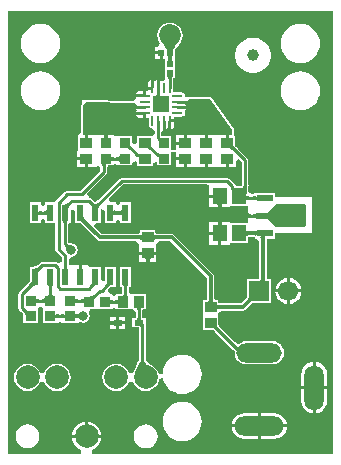
<source format=gtl>
G04*
G04 #@! TF.GenerationSoftware,Altium Limited,Altium Designer,23.10.1 (27)*
G04*
G04 Layer_Physical_Order=1*
G04 Layer_Color=255*
%FSLAX25Y25*%
%MOIN*%
G70*
G04*
G04 #@! TF.SameCoordinates,6BE5E326-444D-4DDB-8984-30915AB2A72B*
G04*
G04*
G04 #@! TF.FilePolarity,Positive*
G04*
G01*
G75*
%ADD14C,0.01000*%
%ADD18R,0.02362X0.05709*%
%ADD19R,0.03740X0.03347*%
%ADD20R,0.03347X0.03740*%
%ADD21R,0.03543X0.03937*%
%ADD22R,0.03150X0.01968*%
%ADD23R,0.02165X0.02126*%
%ADD24R,0.02126X0.02165*%
%ADD25O,0.00984X0.03740*%
%ADD26O,0.03740X0.00984*%
%ADD27R,0.05709X0.05709*%
%ADD28R,0.03937X0.03543*%
%ADD29R,0.05118X0.05512*%
%ADD30R,0.05512X0.02362*%
%ADD31R,0.03937X0.02362*%
%ADD55C,0.03937*%
%ADD56C,0.01200*%
%ADD57C,0.07874*%
%ADD58C,0.07284*%
%ADD59C,0.06693*%
%ADD60R,0.06693X0.06693*%
%ADD61O,0.06496X0.15158*%
%ADD62O,0.15158X0.06496*%
%ADD63O,0.16535X0.06496*%
%ADD64C,0.03150*%
G36*
X109217Y101568D02*
X109217Y1020D01*
X29144D01*
X28905Y2220D01*
X29655Y2530D01*
X30687Y3322D01*
X31478Y4353D01*
X31975Y5554D01*
X32079Y6343D01*
X27165D01*
X22252D01*
X22355Y5554D01*
X22853Y4353D01*
X23644Y3322D01*
X24676Y2530D01*
X25425Y2220D01*
X25187Y1020D01*
X1020D01*
X1020Y98425D01*
Y98441D01*
D01*
Y98454D01*
Y98536D01*
D01*
Y98621D01*
Y98941D01*
D01*
Y99283D01*
Y99647D01*
D01*
Y99941D01*
Y99946D01*
D01*
Y99961D01*
Y100346D01*
D01*
Y100441D01*
Y119546D01*
Y119736D01*
D01*
Y120953D01*
Y121035D01*
D01*
Y122047D01*
D01*
Y148587D01*
X109217D01*
Y101568D01*
D02*
G37*
%LPC*%
G36*
X55000Y144778D02*
X53893Y144632D01*
X53259Y144370D01*
D01*
X52861Y144205D01*
X51975Y143525D01*
X51295Y142639D01*
X50867Y141607D01*
X50722Y140500D01*
X50867Y139393D01*
X51295Y138361D01*
X51600Y137963D01*
X51013Y136763D01*
X49917D01*
Y135200D01*
X52000D01*
Y134700D01*
X52500D01*
Y132637D01*
X53298D01*
Y129313D01*
Y126566D01*
X53162Y126064D01*
X52605Y125329D01*
X52558Y125320D01*
X52505Y125285D01*
X52091Y125367D01*
X51598Y125697D01*
X51516Y125713D01*
Y122913D01*
X50516D01*
Y125713D01*
X50434Y125697D01*
X50032Y125428D01*
X49630Y125697D01*
X49547Y125713D01*
Y122913D01*
X49047D01*
Y122413D01*
X47526D01*
Y121974D01*
X47087D01*
Y120453D01*
X46587D01*
Y119953D01*
X43764D01*
X43711Y119736D01*
X43072Y118805D01*
X25591Y118845D01*
Y117706D01*
X25536Y117574D01*
X25441Y117346D01*
X25441Y117345D01*
X25441Y117345D01*
X25441Y108229D01*
X24431Y107029D01*
X24431D01*
Y102286D01*
X24032Y102114D01*
Y101568D01*
Y99843D01*
X27000D01*
Y99343D01*
X27500D01*
Y96571D01*
X29969D01*
X29969Y96571D01*
X30287Y96689D01*
X31131Y96925D01*
X31547Y96650D01*
X31634Y96563D01*
Y95220D01*
X25135Y88722D01*
X20627D01*
X20198Y88636D01*
X19834Y88393D01*
X19834Y88393D01*
X17036Y85595D01*
X16793Y85231D01*
X16736Y84947D01*
X13329D01*
Y84155D01*
X12610Y83741D01*
X11891Y84155D01*
Y84947D01*
X8329D01*
Y78038D01*
X11891D01*
Y78829D01*
X12610Y79244D01*
X13329Y78829D01*
Y78038D01*
X16708D01*
Y69388D01*
X16708Y69388D01*
X16793Y68959D01*
X17036Y68595D01*
X18989Y66642D01*
Y65031D01*
X17789Y64534D01*
X17540Y64783D01*
X17176Y65026D01*
X16747Y65111D01*
X16747Y65111D01*
X12391D01*
X11962Y65026D01*
X11598Y64783D01*
X11598Y64783D01*
X10899Y64083D01*
X10837Y64060D01*
X10456Y63706D01*
X10314Y63592D01*
X10191Y63506D01*
X10164Y63490D01*
X9927D01*
X9865Y63515D01*
X9815Y63494D01*
X9762Y63507D01*
X9734Y63490D01*
X8329D01*
Y58915D01*
X8304Y58852D01*
X8243Y58741D01*
X8157Y58610D01*
X7644Y58001D01*
X7415Y57765D01*
X7389Y57700D01*
X4741Y55052D01*
X4498Y54688D01*
X4412Y54259D01*
X4412Y54259D01*
Y49785D01*
X4412Y49785D01*
X4498Y49356D01*
X4741Y48992D01*
X5440Y48293D01*
X5463Y48231D01*
X5814Y47853D01*
X5927Y47712D01*
X6011Y47590D01*
X6034Y47551D01*
Y47349D01*
X5996Y47259D01*
X6017Y47210D01*
X6004Y47158D01*
X6034Y47109D01*
Y44739D01*
X10974D01*
Y48657D01*
X10974Y49285D01*
X10974D01*
Y49698D01*
X11677Y50193D01*
X12534Y49698D01*
X12534Y48657D01*
Y44739D01*
X17474D01*
Y44739D01*
X18254Y45075D01*
X19034Y44739D01*
Y44739D01*
X23974D01*
Y44739D01*
X25151Y44951D01*
X26000Y44783D01*
X26849Y44951D01*
X27568Y45432D01*
X28049Y46151D01*
X28217Y47000D01*
X28049Y47849D01*
X27885Y48094D01*
X28477Y49294D01*
X29755D01*
X30383Y49294D01*
Y49294D01*
X30955D01*
Y49294D01*
X35502D01*
Y49365D01*
X36292Y49822D01*
X37081Y49365D01*
Y49195D01*
X41196D01*
X41824Y49195D01*
X42526D01*
X43532Y48021D01*
Y46815D01*
X43504Y46753D01*
X43500Y46580D01*
X43489Y46453D01*
X43473Y46356D01*
X43471Y46348D01*
X42479D01*
Y43180D01*
X44545D01*
X44548Y43169D01*
X44563Y43073D01*
X44575Y42946D01*
X44579Y42775D01*
X44607Y42712D01*
Y32589D01*
X44582Y32544D01*
X44569Y32410D01*
X44530Y32251D01*
X44461Y32039D01*
X43176Y29365D01*
X42838Y28749D01*
X42838Y28747D01*
X42836Y28747D01*
X42829Y28675D01*
X42546Y27992D01*
X42454Y27969D01*
X41404D01*
X41312Y27992D01*
X40971Y28816D01*
X40244Y29763D01*
X39296Y30491D01*
X38192Y30948D01*
X37008Y31104D01*
X35824Y30948D01*
X34720Y30491D01*
X33772Y29763D01*
X33045Y28816D01*
X32588Y27712D01*
X32432Y26528D01*
X32588Y25343D01*
X33045Y24239D01*
X33772Y23292D01*
X34720Y22565D01*
X35824Y22107D01*
X37008Y21951D01*
X38192Y22107D01*
X39296Y22565D01*
X40244Y23292D01*
X40971Y24239D01*
X41312Y25063D01*
X41404Y25086D01*
X42454D01*
X42546Y25063D01*
X42887Y24239D01*
X43615Y23292D01*
X44562Y22565D01*
X45666Y22107D01*
X46850Y21951D01*
X48035Y22107D01*
X49139Y22565D01*
X50086Y23292D01*
X50814Y24239D01*
X51271Y25343D01*
X51340Y25870D01*
X52580Y26299D01*
X52724Y26020D01*
X52644Y26284D01*
X52608Y26309D01*
X52608D01*
X52644Y26284D01*
X52764Y25886D01*
X53016Y25058D01*
X53620Y23927D01*
X54433Y22937D01*
X55423Y22124D01*
X56554Y21520D01*
X57780Y21148D01*
X59055Y21022D01*
X60330Y21148D01*
X61557Y21520D01*
X62687Y22124D01*
X63678Y22937D01*
X64490Y23927D01*
X65095Y25058D01*
X65466Y26284D01*
X65592Y27559D01*
X65466Y28834D01*
X65095Y30061D01*
X64490Y31191D01*
X63678Y32181D01*
X62687Y32994D01*
X61557Y33599D01*
X60330Y33970D01*
X59055Y34096D01*
X57780Y33970D01*
X56554Y33599D01*
X55423Y32994D01*
X54433Y32181D01*
X53620Y31191D01*
X53016Y30061D01*
X52644Y28834D01*
X52544Y27826D01*
X52518Y27559D01*
X52504Y27534D01*
D01*
X52518Y27559D01*
X52528Y27662D01*
X52487Y27536D01*
X51397Y27694D01*
X51255Y27750D01*
X50814Y28816D01*
X50086Y29763D01*
X49139Y30491D01*
X49043Y30530D01*
X49008Y30575D01*
X48555Y30828D01*
X48170Y31073D01*
X47837Y31315D01*
X47557Y31552D01*
X47331Y31782D01*
X47155Y32003D01*
X47028Y32212D01*
X46943Y32408D01*
X46896Y32594D01*
X46876Y32832D01*
X46850Y32882D01*
Y32960D01*
X46850Y32964D01*
X46850Y32965D01*
Y42724D01*
X46878Y42792D01*
X46876Y42795D01*
X46878Y42799D01*
X46866Y43799D01*
X46850Y43836D01*
Y44280D01*
X46828Y44388D01*
Y46348D01*
X45836D01*
X45834Y46356D01*
X45818Y46453D01*
X45807Y46580D01*
X45803Y46753D01*
X45775Y46815D01*
Y48728D01*
X45803Y48790D01*
X45807Y48963D01*
X45818Y49091D01*
X45834Y49187D01*
X45836Y49195D01*
X47139D01*
Y54332D01*
X43024D01*
X42426Y54332D01*
X42403Y54333D01*
X42384Y54334D01*
X41269Y54508D01*
X41264Y54565D01*
X41260Y54737D01*
X41232Y54799D01*
Y56114D01*
X41260Y56176D01*
X41264Y56346D01*
X41275Y56471D01*
X41291Y56565D01*
X41295Y56581D01*
X41891D01*
Y63490D01*
X38329D01*
Y56581D01*
X38925D01*
X38930Y56565D01*
X38945Y56471D01*
X38956Y56346D01*
X38961Y56176D01*
X38989Y56114D01*
Y54799D01*
X38961Y54737D01*
X38956Y54565D01*
X38945Y54437D01*
X38930Y54341D01*
X38927Y54332D01*
X37081D01*
Y54162D01*
X36292Y53706D01*
X35502Y54162D01*
Y54234D01*
X34894D01*
X34169Y55394D01*
X34353Y55925D01*
X35355Y56544D01*
X35405Y56564D01*
X35457Y56552D01*
X35505Y56581D01*
X36891D01*
Y63490D01*
X33329D01*
Y59145D01*
X33091Y58827D01*
X32122Y59127D01*
X31987Y59267D01*
X31891Y59468D01*
Y63490D01*
X28329D01*
Y63490D01*
X27291Y63881D01*
Y63890D01*
X25610D01*
Y60035D01*
X24610D01*
Y63890D01*
X22929D01*
X22929Y63890D01*
X21779Y64010D01*
X21268Y64366D01*
X21232Y64417D01*
Y66152D01*
X22000Y66783D01*
X22849Y66951D01*
X23568Y67432D01*
X24049Y68151D01*
X24217Y69000D01*
X24049Y69849D01*
X23568Y70568D01*
X22849Y71049D01*
X22024Y71213D01*
X21998Y71224D01*
X21854Y71227D01*
X21740Y71237D01*
X21635Y71254D01*
X21539Y71277D01*
X21450Y71306D01*
X21369Y71340D01*
X21293Y71380D01*
X21222Y71425D01*
X21154Y71478D01*
X21122Y71507D01*
Y77571D01*
X21149Y77633D01*
X21154Y77803D01*
X21165Y77928D01*
X21180Y78022D01*
X21185Y78038D01*
X21891D01*
Y82384D01*
X22129Y82706D01*
X23073Y82471D01*
X23329Y82045D01*
Y78038D01*
X24433D01*
X24481Y78008D01*
X24533Y78021D01*
X24582Y78000D01*
X24673Y78038D01*
X24981D01*
X25050Y77998D01*
X25196Y77897D01*
X25598Y77557D01*
X25828Y77334D01*
X25888Y77310D01*
X30836Y72363D01*
X31233Y72098D01*
X31701Y72005D01*
X43759D01*
X44516Y71106D01*
X44565Y70875D01*
X44567Y70769D01*
X44567Y70766D01*
X44535Y70685D01*
X44535Y69822D01*
Y68413D01*
X47504D01*
X50472D01*
Y69822D01*
X50472Y70685D01*
X50441Y70766D01*
X50441Y70769D01*
X50443Y70875D01*
X50492Y71106D01*
X51249Y72005D01*
X55013D01*
X67338Y59680D01*
Y53023D01*
X67312Y52965D01*
X67306Y52757D01*
X67292Y52598D01*
X67272Y52474D01*
X67248Y52388D01*
X67239Y52364D01*
X67231Y52360D01*
X65992D01*
Y48245D01*
X65992Y47616D01*
X65992Y46417D01*
Y42302D01*
X68972D01*
X69000Y42284D01*
X69053Y42297D01*
X69103Y42276D01*
X69165Y42302D01*
X69402D01*
X69429Y42286D01*
X69545Y42205D01*
X69875Y41924D01*
X70066Y41739D01*
X70131Y41714D01*
X76061Y35783D01*
X76086Y35719D01*
X76232Y35567D01*
X76346Y35436D01*
X76436Y35319D01*
X76503Y35218D01*
X76547Y35136D01*
X76572Y35076D01*
X76581Y35042D01*
X76581Y35040D01*
X76571Y35004D01*
X76576Y34966D01*
X76548Y34752D01*
X76680Y33747D01*
X77068Y32811D01*
X77685Y32008D01*
X78488Y31391D01*
X79425Y31003D01*
X80429Y30871D01*
X89091D01*
X90095Y31003D01*
X91031Y31391D01*
X91835Y32008D01*
X92452Y32811D01*
X92839Y33747D01*
X92972Y34752D01*
X92839Y35756D01*
X92452Y36693D01*
X91835Y37496D01*
X91031Y38113D01*
X90095Y38501D01*
X89091Y38633D01*
X80429D01*
X79425Y38501D01*
X78488Y38113D01*
X77685Y37496D01*
X76769Y38248D01*
X71723Y43294D01*
X71700Y43356D01*
X71346Y43737D01*
X71231Y43879D01*
X71145Y44002D01*
X71130Y44029D01*
Y44266D01*
X71155Y44328D01*
X71134Y44378D01*
X71147Y44431D01*
X71130Y44459D01*
X71130Y47045D01*
Y47839D01*
X72289Y48765D01*
X79219D01*
X79687Y48858D01*
X80084Y49123D01*
X81611Y50651D01*
X81669Y50672D01*
X82126Y51097D01*
X82303Y51238D01*
X82456Y51345D01*
X82525Y51384D01*
X82833D01*
X82924Y51347D01*
X82973Y51367D01*
X83025Y51355D01*
X83073Y51384D01*
X88507D01*
Y59277D01*
X87279D01*
X87271Y59296D01*
X87248Y59384D01*
X87227Y59510D01*
X87213Y59672D01*
X87208Y59882D01*
X87182Y59940D01*
Y72111D01*
X87208Y72169D01*
X87213Y72379D01*
X87227Y72541D01*
X87248Y72667D01*
X87271Y72755D01*
X87279Y72774D01*
X89895D01*
Y74803D01*
X102362D01*
Y86614D01*
X89895D01*
Y88147D01*
X83183D01*
Y88105D01*
X82195Y87694D01*
X81122Y88312D01*
Y90361D01*
X81147Y90647D01*
X81138Y90676D01*
X81149Y90705D01*
X81122Y90772D01*
Y98854D01*
X81122Y98854D01*
X81036Y99283D01*
X80793Y99647D01*
X79981Y100460D01*
X77793Y102647D01*
X77793Y102647D01*
X77162Y103278D01*
X77140Y103340D01*
X76788Y103718D01*
X76675Y103859D01*
X76591Y103981D01*
X76569Y104020D01*
Y104222D01*
X76606Y104312D01*
X76586Y104361D01*
X76598Y104413D01*
X76569Y104462D01*
Y107029D01*
X76310D01*
Y109229D01*
X68683Y120079D01*
X60212Y120079D01*
X59905Y120453D01*
X59820Y120879D01*
X59579Y121240D01*
X59218Y121482D01*
X58791Y121566D01*
X56066D01*
Y122857D01*
X56078Y122917D01*
X56078Y122917D01*
Y125775D01*
X56106Y125838D01*
X56110Y126007D01*
X56121Y126133D01*
X56137Y126226D01*
X56141Y126243D01*
X56624D01*
Y129313D01*
Y131981D01*
X56626Y131986D01*
Y131986D01*
X56753Y133037D01*
X56753Y133037D01*
Y136048D01*
X56985Y136345D01*
X57616Y137048D01*
X57994Y137426D01*
X58009Y137463D01*
X58025Y137475D01*
X58705Y138361D01*
X59133Y139393D01*
X59278Y140500D01*
X59133Y141607D01*
X58705Y142639D01*
X58025Y143525D01*
X57764Y143725D01*
D01*
X57139Y144205D01*
X56107Y144632D01*
X55000Y144778D01*
D02*
G37*
G36*
X51500Y134200D02*
X49917D01*
Y132637D01*
X51500D01*
Y134200D01*
D02*
G37*
G36*
X98425Y144332D02*
X97150Y144207D01*
X95924Y143835D01*
X94793Y143231D01*
X93803Y142418D01*
X92990Y141427D01*
X92386Y140297D01*
X92014Y139071D01*
X91888Y137795D01*
X92014Y136520D01*
X92386Y135294D01*
X92990Y134163D01*
X93803Y133173D01*
X94793Y132360D01*
X95924Y131756D01*
X97150Y131384D01*
X98425Y131258D01*
X99700Y131384D01*
X100927Y131756D01*
X102057Y132360D01*
X103048Y133173D01*
X103860Y134163D01*
X104465Y135294D01*
X104837Y136520D01*
X104962Y137795D01*
X104837Y139071D01*
X104465Y140297D01*
X103860Y141427D01*
X103048Y142418D01*
X102057Y143231D01*
X100927Y143835D01*
X99700Y144207D01*
X98425Y144332D01*
D02*
G37*
G36*
X11811D02*
X10536Y144207D01*
X9309Y143835D01*
X8179Y143231D01*
X7189Y142418D01*
X6376Y141427D01*
X5772Y140297D01*
X5400Y139071D01*
X5274Y137795D01*
X5400Y136520D01*
X5772Y135294D01*
X6376Y134163D01*
X7189Y133173D01*
X8179Y132360D01*
X9309Y131756D01*
X10536Y131384D01*
X11811Y131258D01*
X13086Y131384D01*
X14313Y131756D01*
X15443Y132360D01*
X16433Y133173D01*
X17246Y134163D01*
X17850Y135294D01*
X18222Y136520D01*
X18348Y137795D01*
X18222Y139071D01*
X17850Y140297D01*
X17246Y141427D01*
X16433Y142418D01*
X15443Y143231D01*
X14313Y143835D01*
X13086Y144207D01*
X11811Y144332D01*
D02*
G37*
G36*
X83259Y139764D02*
X82095D01*
X80955Y139537D01*
X79880Y139092D01*
X78913Y138445D01*
X78090Y137623D01*
X77444Y136656D01*
X76999Y135581D01*
X76772Y134440D01*
Y133277D01*
X76999Y132136D01*
X77444Y131061D01*
X78090Y130094D01*
X78913Y129271D01*
X79880Y128625D01*
X80955Y128180D01*
X82095Y127953D01*
X83259D01*
X84400Y128180D01*
X85474Y128625D01*
X86442Y129271D01*
X87264Y130094D01*
X87911Y131061D01*
X88356Y132136D01*
X88583Y133277D01*
Y134440D01*
X88356Y135581D01*
X87911Y136656D01*
X87264Y137623D01*
X86442Y138445D01*
X85474Y139092D01*
X84400Y139537D01*
X83259Y139764D01*
D02*
G37*
G36*
X48547Y125713D02*
X48465Y125697D01*
X47971Y125367D01*
X47642Y124874D01*
X47526Y124291D01*
Y123413D01*
X48547D01*
Y125713D01*
D02*
G37*
G36*
X46087Y121974D02*
X45209D01*
X44627Y121858D01*
X44133Y121528D01*
X43803Y121035D01*
X43787Y120953D01*
X46087D01*
Y121974D01*
D02*
G37*
G36*
X98425Y128584D02*
X97150Y128459D01*
X95924Y128087D01*
X94793Y127482D01*
X93803Y126670D01*
X92990Y125679D01*
X92386Y124549D01*
X92014Y123322D01*
X91888Y122047D01*
X92014Y120772D01*
X92386Y119546D01*
X92990Y118415D01*
X93803Y117425D01*
X94793Y116612D01*
X95924Y116008D01*
X97150Y115636D01*
X98425Y115510D01*
X99700Y115636D01*
X100927Y116008D01*
X102057Y116612D01*
X103048Y117425D01*
X103860Y118415D01*
X104465Y119546D01*
X104837Y120772D01*
X104962Y122047D01*
X104837Y123322D01*
X104465Y124549D01*
X103860Y125679D01*
X103048Y126670D01*
X102057Y127482D01*
X100927Y128087D01*
X99700Y128459D01*
X98425Y128584D01*
D02*
G37*
G36*
X11811D02*
X10536Y128459D01*
X9309Y128087D01*
X8179Y127482D01*
X7189Y126670D01*
X6376Y125679D01*
X5772Y124549D01*
X5400Y123322D01*
X5274Y122047D01*
X5400Y120772D01*
X5606Y120091D01*
D01*
X5772Y119546D01*
X6376Y118415D01*
X7189Y117425D01*
X8179Y116612D01*
X9309Y116008D01*
X10536Y115636D01*
X11811Y115510D01*
X13086Y115636D01*
X14313Y116008D01*
X15443Y116612D01*
X16433Y117425D01*
X17246Y118415D01*
X17850Y119546D01*
X18222Y120772D01*
X18348Y122047D01*
X18222Y123322D01*
X17850Y124549D01*
X17246Y125679D01*
X16433Y126670D01*
X15443Y127482D01*
X14313Y128087D01*
X13086Y128459D01*
X11811Y128584D01*
D02*
G37*
G36*
X26500Y98843D02*
X24032D01*
Y98425D01*
Y96571D01*
X26500D01*
Y98843D01*
D02*
G37*
G36*
X50472Y67413D02*
X48004D01*
Y66166D01*
X48504D01*
X48409Y66156D01*
X48324Y66125D01*
X48249Y66075D01*
X48184Y66004D01*
X48129Y65913D01*
X48084Y65801D01*
X48049Y65670D01*
X48038Y65604D01*
X48058Y65512D01*
X48100Y65377D01*
X48155Y65244D01*
X48207Y65142D01*
X50472D01*
Y67413D01*
D02*
G37*
G36*
X47004D02*
X44535D01*
Y65142D01*
X46801D01*
X46853Y65244D01*
X46908Y65377D01*
X46950Y65512D01*
X46970Y65604D01*
X46959Y65670D01*
X46924Y65801D01*
X46879Y65913D01*
X46824Y66004D01*
X46759Y66075D01*
X46684Y66125D01*
X46599Y66156D01*
X46504Y66166D01*
X47004D01*
Y67413D01*
D02*
G37*
G36*
X94904Y59649D02*
Y55831D01*
X98722D01*
X98638Y56465D01*
X98200Y57523D01*
X97504Y58431D01*
X96596Y59127D01*
X95538Y59565D01*
X94904Y59649D01*
D02*
G37*
G36*
X93904D02*
X93269Y59565D01*
X92212Y59127D01*
X91304Y58431D01*
X90607Y57523D01*
X90169Y56465D01*
X90085Y55831D01*
X93904D01*
Y59649D01*
D02*
G37*
G36*
X98722Y54831D02*
X94904D01*
Y51013D01*
X95538Y51096D01*
X96596Y51534D01*
X97504Y52231D01*
X98200Y53139D01*
X98638Y54196D01*
X98722Y54831D01*
D02*
G37*
G36*
X93904D02*
X90085D01*
X90169Y54196D01*
X90607Y53139D01*
X91304Y52231D01*
X92212Y51534D01*
X93269Y51096D01*
X93904Y51013D01*
Y54831D01*
D02*
G37*
G36*
X40142Y46748D02*
X38067D01*
Y45264D01*
X40142D01*
Y46748D01*
D02*
G37*
G36*
X37067D02*
X34992D01*
Y45264D01*
X35004D01*
D01*
X35194Y45268D01*
X35364Y45283D01*
X35514Y45306D01*
X35644Y45339D01*
X35754Y45382D01*
X35844Y45434D01*
X35914Y45495D01*
X35964Y45566D01*
X35994Y45646D01*
X36004Y45736D01*
Y45264D01*
X37067D01*
Y46748D01*
D02*
G37*
G36*
Y44264D02*
X36004D01*
Y43791D01*
X35994Y43881D01*
X35964Y43962D01*
X35914Y44032D01*
X35844Y44094D01*
X35754Y44146D01*
X35644Y44188D01*
X35514Y44221D01*
X35364Y44245D01*
X35194Y44259D01*
X35004Y44264D01*
X34992D01*
Y42779D01*
X37067D01*
Y44264D01*
D02*
G37*
G36*
X40142D02*
X38067D01*
Y42779D01*
X40142D01*
Y44264D01*
D02*
G37*
G36*
X17323Y31104D02*
X16138Y30948D01*
X15035Y30491D01*
X14087Y29763D01*
X13360Y28816D01*
X13019Y27992D01*
X12927Y27969D01*
X11877D01*
X11784Y27992D01*
X11443Y28816D01*
X10716Y29763D01*
X9768Y30491D01*
X8665Y30948D01*
X7480Y31104D01*
X6296Y30948D01*
X5192Y30491D01*
X4245Y29763D01*
X3517Y28816D01*
X3060Y27712D01*
X2904Y26528D01*
X3060Y25343D01*
X3517Y24239D01*
X4245Y23292D01*
X5192Y22565D01*
X6296Y22107D01*
X7480Y21951D01*
X8665Y22107D01*
X9768Y22565D01*
X10716Y23292D01*
X11443Y24239D01*
X11784Y25063D01*
X11877Y25086D01*
X12927D01*
X13019Y25063D01*
X13360Y24239D01*
X14087Y23292D01*
X15035Y22565D01*
X16138Y22107D01*
X17323Y21951D01*
X18507Y22107D01*
X19611Y22565D01*
X20559Y23292D01*
X21286Y24239D01*
X21743Y25343D01*
X21899Y26528D01*
X21743Y27712D01*
X21286Y28816D01*
X20559Y29763D01*
X19611Y30491D01*
X18507Y30948D01*
X17323Y31104D01*
D02*
G37*
G36*
X103567Y31687D02*
Y23638D01*
X107352D01*
Y27468D01*
X107206Y28578D01*
X106778Y29611D01*
X106097Y30498D01*
X105209Y31179D01*
X104176Y31607D01*
X103567Y31687D01*
D02*
G37*
G36*
X102567D02*
X101958Y31607D01*
X100925Y31179D01*
X100037Y30498D01*
X99356Y29611D01*
X98928Y28578D01*
X98782Y27468D01*
Y23638D01*
X102567D01*
Y31687D01*
D02*
G37*
G36*
X107352Y22638D02*
X103567D01*
Y14588D01*
X104176Y14668D01*
X105209Y15096D01*
X106097Y15777D01*
X106778Y16665D01*
X107206Y17698D01*
X107352Y18807D01*
Y22638D01*
D02*
G37*
G36*
X102567D02*
X98782D01*
Y18807D01*
X98928Y17698D01*
X99356Y16665D01*
X100037Y15777D01*
X100925Y15096D01*
X101958Y14668D01*
X102567Y14588D01*
Y22638D01*
D02*
G37*
G36*
X89780Y14627D02*
X85260D01*
Y10842D01*
X93998D01*
X93918Y11451D01*
X93490Y12485D01*
X92809Y13372D01*
X91922Y14053D01*
X90889Y14481D01*
X89780Y14627D01*
D02*
G37*
G36*
X84260D02*
X79740D01*
X78631Y14481D01*
X77598Y14053D01*
X76710Y13372D01*
X76029Y12485D01*
X75602Y11451D01*
X75521Y10842D01*
X84260D01*
Y14627D01*
D02*
G37*
G36*
X27665Y11756D02*
Y7343D01*
X32079D01*
X31975Y8131D01*
X31478Y9332D01*
X30687Y10364D01*
X29655Y11155D01*
X28454Y11653D01*
X27665Y11756D01*
D02*
G37*
G36*
X26665D02*
X25877Y11653D01*
X24676Y11155D01*
X23644Y10364D01*
X22853Y9332D01*
X22355Y8131D01*
X22252Y7343D01*
X26665D01*
Y11756D01*
D02*
G37*
G36*
X93998Y9843D02*
X85260D01*
Y6058D01*
X89780D01*
X90889Y6204D01*
X91922Y6632D01*
X92809Y7313D01*
X93490Y8200D01*
X93918Y9234D01*
X93998Y9843D01*
D02*
G37*
G36*
X84260D02*
X75521D01*
X75602Y9234D01*
X76029Y8200D01*
X76710Y7313D01*
X77598Y6632D01*
X78631Y6204D01*
X79740Y6058D01*
X84260D01*
Y9843D01*
D02*
G37*
G36*
X59055Y18348D02*
X57780Y18222D01*
X56554Y17850D01*
X55423Y17246D01*
X54433Y16433D01*
X53620Y15443D01*
X53016Y14313D01*
X52644Y13086D01*
X52518Y11811D01*
X52644Y10536D01*
X53016Y9309D01*
X53620Y8179D01*
X54433Y7189D01*
X55423Y6376D01*
X56554Y5772D01*
X57780Y5400D01*
X59055Y5274D01*
X60330Y5400D01*
X61557Y5772D01*
X62687Y6376D01*
X63678Y7189D01*
X64490Y8179D01*
X65095Y9309D01*
X65466Y10536D01*
X65592Y11811D01*
X65466Y13086D01*
X65095Y14313D01*
X64490Y15443D01*
X63678Y16433D01*
X62687Y17246D01*
X61557Y17850D01*
X60330Y18222D01*
X59055Y18348D01*
D02*
G37*
G36*
X46850Y10829D02*
X45818Y10694D01*
X44857Y10295D01*
X44031Y9662D01*
X43398Y8836D01*
X42999Y7875D01*
X42864Y6843D01*
X42999Y5811D01*
X43398Y4849D01*
X44031Y4023D01*
X44857Y3390D01*
X45818Y2992D01*
X46850Y2856D01*
X47882Y2992D01*
X48844Y3390D01*
X49670Y4023D01*
X50303Y4849D01*
X50701Y5811D01*
X50837Y6843D01*
X50701Y7875D01*
X50303Y8836D01*
X49670Y9662D01*
X48844Y10295D01*
X47882Y10694D01*
X46850Y10829D01*
D02*
G37*
G36*
X7480D02*
X6448Y10694D01*
X5487Y10295D01*
X4661Y9662D01*
X4028Y8836D01*
X3629Y7875D01*
X3494Y6843D01*
X3629Y5811D01*
X4028Y4849D01*
X4661Y4023D01*
X5487Y3390D01*
X6448Y2992D01*
X7480Y2856D01*
X8512Y2992D01*
X9474Y3390D01*
X10300Y4023D01*
X10933Y4849D01*
X11331Y5811D01*
X11467Y6843D01*
X11331Y7875D01*
X10933Y8836D01*
X10300Y9662D01*
X9474Y10295D01*
X8512Y10694D01*
X7480Y10829D01*
D02*
G37*
%LPD*%
G36*
X57535Y137886D02*
X57145Y137495D01*
X56487Y136762D01*
X56220Y136420D01*
X55994Y136094D01*
X55809Y135784D01*
X55806Y135778D01*
X55885Y135750D01*
X55980Y135739D01*
X55788Y135740D01*
X55665Y135490D01*
X55563Y135212D01*
X55501Y134951D01*
X55480Y134705D01*
X54480Y134711D01*
X54460Y134955D01*
X54399Y135215D01*
X54296Y135493D01*
X54172Y135750D01*
X54000Y135751D01*
X54091Y135761D01*
X54155Y135784D01*
X54153Y135788D01*
X53969Y136100D01*
X53745Y136429D01*
X53479Y136774D01*
X52825Y137517D01*
X52437Y137913D01*
X57535Y137886D01*
D02*
G37*
G36*
X55885Y133650D02*
X55800Y133620D01*
X55725Y133569D01*
X55660Y133498D01*
X55605Y133406D01*
X55560Y133295D01*
X55525Y133164D01*
X55500Y133012D01*
X55487Y132858D01*
X55500Y132702D01*
X55525Y132551D01*
X55560Y132419D01*
X55605Y132308D01*
X55660Y132217D01*
X55725Y132146D01*
X55800Y132095D01*
X55885Y132065D01*
X55980Y132055D01*
X53980D01*
X54075Y132065D01*
X54160Y132095D01*
X54235Y132146D01*
X54300Y132217D01*
X54355Y132308D01*
X54400Y132419D01*
X54435Y132551D01*
X54460Y132702D01*
X54474Y132858D01*
X54461Y133009D01*
X54437Y133159D01*
X54404Y133289D01*
X54360Y133399D01*
X54308Y133489D01*
X54245Y133559D01*
X54173Y133609D01*
X54091Y133639D01*
X54000Y133649D01*
X55980Y133661D01*
X55885Y133650D01*
D02*
G37*
G36*
X55862Y126845D02*
X55777Y126815D01*
X55702Y126765D01*
X55637Y126695D01*
X55582Y126605D01*
X55537Y126495D01*
X55502Y126365D01*
X55477Y126215D01*
X55462Y126045D01*
X55457Y125855D01*
X54457D01*
X54452Y126045D01*
X54437Y126215D01*
X54412Y126365D01*
X54377Y126495D01*
X54332Y126605D01*
X54277Y126695D01*
X54212Y126765D01*
X54137Y126815D01*
X54052Y126845D01*
X53957Y126855D01*
X55957D01*
X55862Y126845D01*
D02*
G37*
G36*
X51521Y121150D02*
X51536Y120978D01*
X51561Y120826D01*
X51596Y120695D01*
X51641Y120583D01*
X51696Y120492D01*
X51761Y120421D01*
X51836Y120371D01*
X51921Y120341D01*
X52016Y120330D01*
X50016D01*
X50111Y120341D01*
X50196Y120371D01*
X50271Y120421D01*
X50336Y120492D01*
X50391Y120583D01*
X50436Y120695D01*
X50471Y120826D01*
X50496Y120978D01*
X50511Y121150D01*
X50516Y121342D01*
X51516D01*
X51521Y121150D01*
D02*
G37*
G36*
X68346Y119429D02*
X75661Y109024D01*
Y107429D01*
X74500D01*
Y104657D01*
X73500D01*
Y107429D01*
X71031D01*
Y107429D01*
X69968D01*
Y107429D01*
X67500D01*
Y104657D01*
X66500D01*
Y107429D01*
X64031D01*
Y107429D01*
X62968D01*
Y107429D01*
X60500D01*
Y104657D01*
X60000D01*
Y104157D01*
X57032D01*
Y102362D01*
X55454D01*
Y106832D01*
X52137D01*
Y108147D01*
X52984Y109187D01*
X53566Y109303D01*
X53969Y109572D01*
X54371Y109303D01*
X54453Y109287D01*
Y112087D01*
X54953D01*
Y112587D01*
X56474D01*
Y113434D01*
X58791D01*
X59218Y113519D01*
X59579Y113760D01*
X59820Y114121D01*
X59905Y114547D01*
X59820Y114973D01*
X59785Y115026D01*
X59867Y115440D01*
X60197Y115934D01*
X60213Y116016D01*
X57413D01*
Y117016D01*
X60213D01*
X60197Y117098D01*
X59928Y117500D01*
X60197Y117902D01*
X60280Y118321D01*
X60313Y118484D01*
X61288Y119429D01*
X68346Y119429D01*
D02*
G37*
G36*
X43070Y118156D02*
X43152Y118149D01*
X43595Y117545D01*
X43845Y117161D01*
X43803Y117098D01*
X43787Y117016D01*
X46587D01*
Y116016D01*
X43787D01*
X43803Y115934D01*
X44072Y115532D01*
X43803Y115129D01*
X43787Y115047D01*
X46587D01*
Y114547D01*
X47087D01*
Y113026D01*
X47934D01*
Y110709D01*
X48019Y110283D01*
X48260Y109921D01*
X48621Y109680D01*
X49047Y109595D01*
X49894Y108628D01*
Y107923D01*
X49155Y107029D01*
X48944Y107029D01*
X44018D01*
Y104890D01*
X43999Y104853D01*
X43863Y104720D01*
X42818Y104327D01*
X42470Y104706D01*
Y106832D01*
X37530D01*
Y106832D01*
X36370Y106929D01*
Y107232D01*
X34000D01*
Y107220D01*
D01*
X34005Y107030D01*
X34020Y106860D01*
X34045Y106710D01*
X34080Y106580D01*
X34125Y106470D01*
X34180Y106380D01*
X34245Y106310D01*
X34320Y106260D01*
X34405Y106230D01*
X34500Y106220D01*
X34000D01*
Y104559D01*
X33000D01*
Y106220D01*
X32500D01*
X32595Y106230D01*
X32680Y106260D01*
X32755Y106310D01*
X32820Y106380D01*
X32875Y106470D01*
X32920Y106580D01*
X32955Y106710D01*
X32980Y106860D01*
X32995Y107030D01*
X33000Y107220D01*
Y107232D01*
X30630D01*
X30630Y107232D01*
X29969Y107429D01*
Y107429D01*
X29511Y107429D01*
X27500D01*
Y104657D01*
X26500D01*
Y107429D01*
X26091D01*
X26090Y117345D01*
X26940Y118193D01*
X43070Y118156D01*
D02*
G37*
G36*
X75900Y104234D02*
X75872Y104142D01*
Y104036D01*
X75900Y103916D01*
X75956Y103782D01*
X76041Y103633D01*
X76155Y103471D01*
X76296Y103294D01*
X76664Y102898D01*
X75956Y102191D01*
X75751Y102389D01*
X75384Y102700D01*
X75221Y102813D01*
X75073Y102898D01*
X74938Y102954D01*
X74818Y102983D01*
X74712D01*
X74620Y102954D01*
X74542Y102898D01*
X75956Y104312D01*
X75900Y104234D01*
D02*
G37*
G36*
X48487D02*
X48458Y104142D01*
Y104036D01*
X48487Y103916D01*
X48543Y103782D01*
X48628Y103633D01*
X48741Y103471D01*
X48882Y103294D01*
X49250Y102898D01*
X48543Y102191D01*
X48338Y102389D01*
X47970Y102700D01*
X47808Y102813D01*
X47659Y102898D01*
X47525Y102954D01*
X47405Y102983D01*
X47299D01*
X47207Y102954D01*
X47129Y102898D01*
X48543Y104312D01*
X48487Y104234D01*
D02*
G37*
G36*
X41791Y104235D02*
X41764Y104144D01*
X41765Y104039D01*
X41794Y103919D01*
X41852Y103785D01*
X41938Y103636D01*
X42053Y103473D01*
X42195Y103296D01*
X42565Y102898D01*
X41858Y102191D01*
X41652Y102390D01*
X41283Y102703D01*
X41120Y102818D01*
X40971Y102904D01*
X40837Y102962D01*
X40717Y102991D01*
X40612Y102992D01*
X40521Y102965D01*
X40444Y102910D01*
X41846Y104312D01*
X41791Y104235D01*
D02*
G37*
G36*
X38154Y98441D02*
X38144Y98536D01*
X38113Y98621D01*
X38063Y98696D01*
X37992Y98761D01*
X37901Y98816D01*
X37790Y98861D01*
X37658Y98896D01*
X37506Y98921D01*
X37334Y98936D01*
X37142Y98941D01*
Y99941D01*
X37334Y99946D01*
X37506Y99961D01*
X37658Y99986D01*
X37790Y100021D01*
X37901Y100066D01*
X37992Y100121D01*
X38063Y100186D01*
X38113Y100261D01*
X38144Y100346D01*
X38154Y100441D01*
Y98441D01*
D02*
G37*
G36*
X35356Y100346D02*
X35387Y100261D01*
X35437Y100186D01*
X35508Y100121D01*
X35599Y100066D01*
X35710Y100021D01*
X35842Y99986D01*
X35994Y99961D01*
X36166Y99946D01*
X36358Y99941D01*
Y98941D01*
X36166Y98936D01*
X35994Y98921D01*
X35842Y98896D01*
X35710Y98861D01*
X35599Y98816D01*
X35508Y98761D01*
X35437Y98696D01*
X35387Y98621D01*
X35356Y98536D01*
X35346Y98441D01*
Y100441D01*
X35356Y100346D01*
D02*
G37*
G36*
X57032Y99843D02*
X60000D01*
Y99343D01*
X60500D01*
Y96571D01*
X62968D01*
Y96571D01*
X64031D01*
Y96571D01*
X66500D01*
Y99343D01*
X67500D01*
Y96571D01*
X69968D01*
Y96571D01*
X71031D01*
Y96571D01*
X73500D01*
Y99343D01*
X74500D01*
Y96571D01*
X76968D01*
Y98732D01*
X78077Y99191D01*
X78878Y98390D01*
Y90784D01*
X78851Y90721D01*
X78846Y90550D01*
X78835Y90423D01*
X78819Y90327D01*
X78817Y90316D01*
X76903D01*
X76841Y90624D01*
X76598Y90988D01*
X76598Y90988D01*
X74793Y92793D01*
X74429Y93036D01*
X74000Y93122D01*
X74000Y93122D01*
X38945D01*
X38945Y93122D01*
X38516Y93036D01*
X38152Y92793D01*
X38152Y92793D01*
X30899Y85540D01*
X30837Y85517D01*
X30456Y85163D01*
X30314Y85048D01*
X30191Y84962D01*
X30164Y84947D01*
X30057D01*
X30029Y84962D01*
X29914Y85043D01*
X29584Y85324D01*
X29392Y85509D01*
X29327Y85534D01*
X28622Y86239D01*
X28258Y86483D01*
X27829Y86568D01*
X27829Y86568D01*
X27354Y87768D01*
X33793Y94207D01*
X34036Y94571D01*
X34122Y95000D01*
X34122Y95000D01*
Y96701D01*
X34149Y96763D01*
X34154Y96935D01*
X34165Y97063D01*
X34181Y97159D01*
X34183Y97168D01*
X35970D01*
Y97168D01*
X36750Y97505D01*
X37530Y97168D01*
Y97168D01*
X42470D01*
Y98060D01*
X43670Y98692D01*
X44018Y98454D01*
Y96971D01*
X49155D01*
Y97857D01*
X50355Y98490D01*
X50514Y98381D01*
Y97168D01*
X55454D01*
Y101568D01*
X57032D01*
Y99843D01*
D02*
G37*
G36*
X33905Y97782D02*
X33820Y97751D01*
X33745Y97701D01*
X33680Y97630D01*
X33625Y97539D01*
X33580Y97427D01*
X33545Y97296D01*
X33520Y97144D01*
X33505Y96972D01*
X33500Y96780D01*
X32500D01*
X32495Y96972D01*
X32480Y97144D01*
X32455Y97296D01*
X32420Y97427D01*
X32375Y97539D01*
X32320Y97630D01*
X32255Y97701D01*
X32180Y97751D01*
X32095Y97782D01*
X32000Y97792D01*
X34000D01*
X33905Y97782D01*
D02*
G37*
G36*
X80411Y89705D02*
X79000Y89692D01*
X79095Y89703D01*
X79180Y89734D01*
X79255Y89785D01*
X79320Y89856D01*
X79375Y89948D01*
X79420Y90059D01*
X79455Y90190D01*
X79480Y90342D01*
X79495Y90513D01*
X79500Y90705D01*
X80500D01*
X80411Y89705D01*
D02*
G37*
G36*
X83807Y85366D02*
X83797Y85461D01*
X83767Y85546D01*
X83716Y85621D01*
X83646Y85686D01*
X83555Y85741D01*
X83443Y85786D01*
X83312Y85821D01*
X83160Y85846D01*
X82988Y85861D01*
X82796Y85866D01*
Y86866D01*
X82988Y86871D01*
X83160Y86886D01*
X83312Y86911D01*
X83443Y86946D01*
X83555Y86991D01*
X83646Y87046D01*
X83716Y87111D01*
X83767Y87186D01*
X83797Y87271D01*
X83807Y87366D01*
Y85366D01*
D02*
G37*
G36*
X80421Y87271D02*
X80451Y87186D01*
X80501Y87111D01*
X80571Y87046D01*
X80661Y86991D01*
X80771Y86946D01*
X80901Y86911D01*
X81051Y86886D01*
X81221Y86871D01*
X81411Y86866D01*
Y85866D01*
X81221Y85861D01*
X81051Y85846D01*
X80901Y85821D01*
X80771Y85786D01*
X80661Y85741D01*
X80571Y85686D01*
X80501Y85621D01*
X80451Y85546D01*
X80421Y85461D01*
X80411Y85366D01*
Y87366D01*
X80421Y87271D01*
D02*
G37*
G36*
X31986Y84334D02*
X31787Y84128D01*
X31474Y83759D01*
X31359Y83596D01*
X31273Y83448D01*
X31216Y83313D01*
X31186Y83193D01*
X31185Y83088D01*
X31212Y82997D01*
X31267Y82920D01*
X30110Y84077D01*
X28953Y82920D01*
X29008Y82997D01*
X29036Y83088D01*
X29034Y83193D01*
X29005Y83313D01*
X28947Y83448D01*
X28861Y83596D01*
X28747Y83759D01*
X28604Y83937D01*
X28234Y84334D01*
X28941Y85042D01*
X29147Y84842D01*
X29516Y84529D01*
X29679Y84414D01*
X29828Y84329D01*
X29883Y84305D01*
X29865Y84323D01*
X29899Y84298D01*
X29962Y84271D01*
X30082Y84241D01*
X30110Y84241D01*
X30138Y84241D01*
X30258Y84271D01*
X30321Y84298D01*
X30355Y84323D01*
X30338Y84305D01*
X30393Y84329D01*
X30541Y84414D01*
X30704Y84529D01*
X30881Y84671D01*
X31279Y85042D01*
X31986Y84334D01*
D02*
G37*
G36*
X21986D02*
X21787Y84128D01*
X21474Y83759D01*
X21359Y83596D01*
X21273Y83448D01*
X21216Y83313D01*
X21186Y83193D01*
X21185Y83088D01*
X21212Y82997D01*
X21267Y82920D01*
X19865Y84323D01*
X19942Y84267D01*
X20033Y84240D01*
X20138Y84241D01*
X20258Y84271D01*
X20392Y84329D01*
X20541Y84414D01*
X20704Y84529D01*
X20881Y84671D01*
X21279Y85042D01*
X21986Y84334D01*
D02*
G37*
G36*
X13953Y80492D02*
X13943Y80587D01*
X13913Y80672D01*
X13862Y80747D01*
X13791Y80812D01*
X13700Y80867D01*
X13589Y80912D01*
X13457Y80947D01*
X13306Y80972D01*
X13133Y80987D01*
X12941Y80992D01*
Y81992D01*
X13133Y81997D01*
X13306Y82012D01*
X13457Y82037D01*
X13589Y82072D01*
X13700Y82117D01*
X13791Y82172D01*
X13862Y82237D01*
X13913Y82312D01*
X13943Y82397D01*
X13953Y82492D01*
Y80492D01*
D02*
G37*
G36*
X11277Y82397D02*
X11308Y82312D01*
X11358Y82237D01*
X11429Y82172D01*
X11520Y82117D01*
X11632Y82072D01*
X11763Y82037D01*
X11915Y82012D01*
X12087Y81997D01*
X12279Y81992D01*
Y80992D01*
X12087Y80987D01*
X11915Y80972D01*
X11763Y80947D01*
X11632Y80912D01*
X11520Y80867D01*
X11429Y80812D01*
X11358Y80747D01*
X11308Y80672D01*
X11277Y80587D01*
X11267Y80492D01*
Y82492D01*
X11277Y82397D01*
D02*
G37*
G36*
X38953Y80292D02*
X38941Y80406D01*
X38905Y80508D01*
X38844Y80598D01*
X38759Y80676D01*
X38650Y80742D01*
X38517Y80796D01*
X38359Y80838D01*
X38177Y80868D01*
X37971Y80886D01*
X37741Y80892D01*
Y82092D01*
X37971Y82098D01*
X38177Y82116D01*
X38359Y82146D01*
X38517Y82188D01*
X38650Y82242D01*
X38759Y82308D01*
X38844Y82386D01*
X38905Y82476D01*
X38941Y82578D01*
X38953Y82692D01*
Y80292D01*
D02*
G37*
G36*
X36279Y82578D02*
X36316Y82476D01*
X36376Y82386D01*
X36461Y82308D01*
X36570Y82242D01*
X36704Y82188D01*
X36861Y82146D01*
X37043Y82116D01*
X37249Y82098D01*
X37479Y82092D01*
Y80892D01*
X37249Y80886D01*
X37043Y80868D01*
X36861Y80838D01*
X36704Y80796D01*
X36570Y80742D01*
X36461Y80676D01*
X36376Y80598D01*
X36316Y80508D01*
X36279Y80406D01*
X36267Y80292D01*
Y82692D01*
X36279Y82578D01*
D02*
G37*
G36*
X83807Y79461D02*
X83797Y79556D01*
X83767Y79641D01*
X83716Y79716D01*
X83646Y79781D01*
X83555Y79836D01*
X83443Y79881D01*
X83312Y79916D01*
X83160Y79941D01*
X82988Y79956D01*
X82796Y79961D01*
Y80961D01*
X82988Y80966D01*
X83160Y80981D01*
X83312Y81006D01*
X83443Y81041D01*
X83555Y81086D01*
X83646Y81141D01*
X83716Y81206D01*
X83767Y81281D01*
X83797Y81366D01*
X83807Y81461D01*
Y79461D01*
D02*
G37*
G36*
X68006Y90716D02*
Y87461D01*
X71565D01*
Y86961D01*
X72065D01*
Y84229D01*
X72565D01*
X72470Y84219D01*
X72385Y84188D01*
X72310Y84138D01*
X72245Y84067D01*
X72190Y83976D01*
X72145Y83864D01*
X72110Y83733D01*
X72085Y83581D01*
X72070Y83409D01*
X72065Y83217D01*
Y83205D01*
X75124D01*
Y83605D01*
X81000D01*
Y81340D01*
X81107Y81260D01*
X81233Y81180D01*
X81362Y81113D01*
X81494Y81058D01*
X81629Y81016D01*
X81766Y80985D01*
X81907Y80967D01*
X82051Y80961D01*
X82032Y79961D01*
X81889Y79955D01*
X81748Y79937D01*
X81610Y79907D01*
X81474Y79866D01*
X81341Y79812D01*
X81209Y79747D01*
X81081Y79670D01*
X81000Y79613D01*
Y77911D01*
X75124D01*
Y78311D01*
X72109D01*
X72092Y78242D01*
X72072Y78101D01*
X72071Y78092D01*
X72085Y77935D01*
X72110Y77783D01*
X72145Y77651D01*
X72190Y77540D01*
X72245Y77449D01*
X72310Y77378D01*
X72385Y77328D01*
X72470Y77297D01*
X72565Y77287D01*
X72065D01*
Y74555D01*
Y70799D01*
X75124D01*
Y71199D01*
X81023D01*
Y73225D01*
X81028Y73233D01*
X81051Y73243D01*
X81137Y73266D01*
X81261Y73286D01*
X81420Y73300D01*
X81628Y73306D01*
X81686Y73332D01*
X82521D01*
X82579Y73306D01*
X82788Y73301D01*
X82950Y73287D01*
X83076Y73267D01*
X83165Y73245D01*
X83183Y73237D01*
Y72774D01*
X83795Y72737D01*
X84216Y72446D01*
X84735Y72008D01*
Y59940D01*
X84709Y59882D01*
X84704Y59672D01*
X84689Y59510D01*
X84669Y59384D01*
X84645Y59296D01*
X84638Y59277D01*
X80615D01*
Y53843D01*
X80585Y53795D01*
X80598Y53743D01*
X80577Y53693D01*
X80615Y53603D01*
Y53295D01*
X80575Y53226D01*
X80474Y53080D01*
X80134Y52678D01*
X79911Y52447D01*
X79887Y52387D01*
X78712Y51212D01*
X71792D01*
X71734Y51237D01*
X71524Y51243D01*
X71362Y51257D01*
X71236Y51278D01*
X71148Y51301D01*
X71130Y51309D01*
Y52360D01*
X69891D01*
X69883Y52364D01*
X69874Y52388D01*
X69850Y52474D01*
X69830Y52598D01*
X69816Y52757D01*
X69810Y52965D01*
X69785Y53023D01*
Y60187D01*
X69691Y60655D01*
X69426Y61052D01*
X56385Y74094D01*
X55988Y74359D01*
X55520Y74452D01*
X50735D01*
X50677Y74478D01*
X50467Y74483D01*
X50305Y74497D01*
X50179Y74518D01*
X50091Y74541D01*
X50072Y74549D01*
Y75600D01*
X44935D01*
Y74549D01*
X44917Y74541D01*
X44829Y74518D01*
X44703Y74497D01*
X44541Y74483D01*
X44330Y74478D01*
X44273Y74452D01*
X32208D01*
X29730Y76929D01*
X30189Y78038D01*
X31891D01*
Y82384D01*
X32129Y82706D01*
X33073Y82471D01*
X33329Y82045D01*
Y78038D01*
X36891D01*
Y78562D01*
X37610Y78981D01*
X38329Y78562D01*
Y78038D01*
X41891D01*
Y84947D01*
X38329D01*
Y84423D01*
X37610Y84003D01*
X36891Y84423D01*
Y84947D01*
X35045D01*
X34586Y86055D01*
X39409Y90878D01*
X66873D01*
X68006Y90716D01*
D02*
G37*
G36*
X26212Y80253D02*
X26177Y80143D01*
Y80016D01*
X26212Y79872D01*
X26279Y79711D01*
X26381Y79532D01*
X26517Y79337D01*
X26687Y79125D01*
X27128Y78650D01*
X26279Y77801D01*
X26033Y78039D01*
X25592Y78412D01*
X25397Y78548D01*
X25219Y78650D01*
X25058Y78718D01*
X24913Y78752D01*
X24786D01*
X24676Y78718D01*
X24582Y78650D01*
X26279Y80347D01*
X26212Y80253D01*
D02*
G37*
G36*
X20905Y78640D02*
X20820Y78610D01*
X20745Y78560D01*
X20680Y78490D01*
X20625Y78400D01*
X20580Y78290D01*
X20545Y78160D01*
X20520Y78010D01*
X20505Y77840D01*
X20500Y77650D01*
X19500D01*
X19495Y77840D01*
X19480Y78010D01*
X19455Y78160D01*
X19420Y78290D01*
X19375Y78400D01*
X19320Y78490D01*
X19255Y78560D01*
X19180Y78610D01*
X19095Y78640D01*
X19000Y78650D01*
X21000D01*
X20905Y78640D01*
D02*
G37*
G36*
X100319Y83709D02*
X100319Y77213D01*
X99827Y76720D01*
X90280D01*
X87721Y79280D01*
Y81642D01*
X90280Y84201D01*
X99827D01*
X100319Y83709D01*
D02*
G37*
G36*
X83795Y73386D02*
X83784Y73494D01*
X83748Y73591D01*
X83688Y73676D01*
X83604Y73750D01*
X83495Y73813D01*
X83363Y73864D01*
X83207Y73904D01*
X83027Y73932D01*
X82823Y73949D01*
X82595Y73955D01*
Y75155D01*
X82823Y75161D01*
X83027Y75178D01*
X83207Y75206D01*
X83363Y75246D01*
X83495Y75297D01*
X83604Y75360D01*
X83688Y75434D01*
X83748Y75519D01*
X83784Y75616D01*
X83795Y75724D01*
Y73386D01*
D02*
G37*
G36*
X80423Y75641D02*
X80459Y75539D01*
X80519Y75449D01*
X80603Y75371D01*
X80711Y75305D01*
X80843Y75251D01*
X80999Y75209D01*
X81179Y75179D01*
X81383Y75161D01*
X81611Y75155D01*
Y73955D01*
X81383Y73949D01*
X81179Y73931D01*
X80999Y73901D01*
X80843Y73859D01*
X80711Y73805D01*
X80603Y73739D01*
X80519Y73661D01*
X80459Y73571D01*
X80423Y73469D01*
X80411Y73355D01*
Y75755D01*
X80423Y75641D01*
D02*
G37*
G36*
X87044Y73386D02*
X86942Y73349D01*
X86852Y73289D01*
X86774Y73204D01*
X86708Y73095D01*
X86654Y72962D01*
X86612Y72804D01*
X86582Y72622D01*
X86564Y72416D01*
X86558Y72186D01*
X85358D01*
X85352Y72416D01*
X85334Y72622D01*
X85304Y72804D01*
X85262Y72962D01*
X85208Y73095D01*
X85142Y73204D01*
X85064Y73289D01*
X84974Y73349D01*
X84872Y73386D01*
X84758Y73398D01*
X87158D01*
X87044Y73386D01*
D02*
G37*
G36*
X49461Y74314D02*
X49497Y74212D01*
X49558Y74122D01*
X49642Y74044D01*
X49751Y73978D01*
X49885Y73924D01*
X50042Y73882D01*
X50224Y73852D01*
X50430Y73834D01*
X50660Y73828D01*
Y72628D01*
X50430Y72622D01*
X50224Y72604D01*
X50042Y72574D01*
X49885Y72532D01*
X49751Y72478D01*
X49642Y72412D01*
X49558Y72334D01*
X49497Y72244D01*
X49461Y72142D01*
X49448Y72028D01*
Y74428D01*
X49461Y74314D01*
D02*
G37*
G36*
X45559Y72028D02*
X45547Y72142D01*
X45511Y72244D01*
X45450Y72334D01*
X45366Y72412D01*
X45256Y72478D01*
X45123Y72532D01*
X44966Y72574D01*
X44784Y72604D01*
X44578Y72622D01*
X44347Y72628D01*
Y73828D01*
X44578Y73834D01*
X44784Y73852D01*
X44966Y73882D01*
X45123Y73924D01*
X45256Y73978D01*
X45366Y74044D01*
X45450Y74122D01*
X45511Y74212D01*
X45547Y74314D01*
X45559Y74428D01*
Y72028D01*
D02*
G37*
G36*
X20735Y70981D02*
X20847Y70894D01*
X20966Y70818D01*
X21092Y70752D01*
X21224Y70696D01*
X21363Y70651D01*
X21508Y70616D01*
X21660Y70592D01*
X21819Y70578D01*
X21984Y70575D01*
X20425Y69016D01*
X20422Y69181D01*
X20408Y69340D01*
X20384Y69492D01*
X20349Y69637D01*
X20304Y69776D01*
X20248Y69908D01*
X20182Y70034D01*
X20106Y70153D01*
X20019Y70265D01*
X19922Y70371D01*
X20629Y71078D01*
X20735Y70981D01*
D02*
G37*
G36*
X20615Y63686D02*
X20630Y63513D01*
X20655Y63362D01*
X20690Y63230D01*
X20735Y63119D01*
X20790Y63028D01*
X20855Y62957D01*
X20930Y62906D01*
X21015Y62876D01*
X21110Y62866D01*
X19110D01*
X19205Y62876D01*
X19290Y62906D01*
X19365Y62957D01*
X19430Y63028D01*
X19485Y63119D01*
X19530Y63230D01*
X19565Y63362D01*
X19590Y63513D01*
X19605Y63686D01*
X19610Y63878D01*
X20610D01*
X20615Y63686D01*
D02*
G37*
G36*
X11987Y62878D02*
X11787Y62672D01*
X11474Y62303D01*
X11359Y62139D01*
X11273Y61991D01*
X11216Y61857D01*
X11186Y61737D01*
X11185Y61631D01*
X11212Y61540D01*
X11267Y61464D01*
X9865Y62866D01*
X9942Y62810D01*
X10033Y62783D01*
X10138Y62784D01*
X10258Y62814D01*
X10392Y62872D01*
X10541Y62958D01*
X10704Y63072D01*
X10881Y63215D01*
X11279Y63585D01*
X11987Y62878D01*
D02*
G37*
G36*
X86564Y59635D02*
X86582Y59429D01*
X86612Y59247D01*
X86654Y59089D01*
X86708Y58956D01*
X86774Y58847D01*
X86852Y58762D01*
X86942Y58702D01*
X87044Y58665D01*
X87158Y58653D01*
X84758D01*
X84872Y58665D01*
X84974Y58702D01*
X85064Y58762D01*
X85142Y58847D01*
X85208Y58956D01*
X85262Y59089D01*
X85304Y59247D01*
X85334Y59429D01*
X85352Y59635D01*
X85358Y59865D01*
X86558D01*
X86564Y59635D01*
D02*
G37*
G36*
X9882Y57205D02*
X9827Y57282D01*
X9752Y57325D01*
X9658Y57336D01*
X9546Y57313D01*
X9414Y57258D01*
X9263Y57169D01*
X9093Y57048D01*
X8904Y56894D01*
X8468Y56486D01*
X7880Y57313D01*
X8126Y57565D01*
X8677Y58221D01*
X8800Y58406D01*
X8892Y58574D01*
X8953Y58726D01*
X8984Y58861D01*
X8984Y58979D01*
X8953Y59080D01*
X9882Y57205D01*
D02*
G37*
G36*
X35355Y57193D02*
X35278Y57250D01*
X35186Y57278D01*
X35080D01*
X34959Y57250D01*
X34825Y57193D01*
X34677Y57108D01*
X34514Y56995D01*
X34337Y56854D01*
X33941Y56486D01*
X33234Y57193D01*
X33432Y57398D01*
X33743Y57766D01*
X33856Y57929D01*
X33941Y58077D01*
X33998Y58211D01*
X34026Y58332D01*
Y58438D01*
X33998Y58530D01*
X33941Y58607D01*
X35355Y57193D01*
D02*
G37*
G36*
X30355D02*
X30278Y57250D01*
X30186Y57278D01*
X30080D01*
X29959Y57250D01*
X29825Y57193D01*
X29676Y57108D01*
X29514Y56995D01*
X29337Y56854D01*
X28941Y56486D01*
X28234Y57193D01*
X28432Y57398D01*
X28743Y57766D01*
X28856Y57929D01*
X28941Y58077D01*
X28998Y58211D01*
X29026Y58332D01*
Y58438D01*
X28998Y58530D01*
X28941Y58607D01*
X30355Y57193D01*
D02*
G37*
G36*
X41015Y57183D02*
X40930Y57153D01*
X40855Y57103D01*
X40790Y57033D01*
X40735Y56943D01*
X40690Y56833D01*
X40655Y56703D01*
X40630Y56553D01*
X40615Y56383D01*
X40610Y56193D01*
X39610D01*
X39605Y56383D01*
X39590Y56553D01*
X39565Y56703D01*
X39530Y56833D01*
X39485Y56943D01*
X39430Y57033D01*
X39365Y57103D01*
X39290Y57153D01*
X39205Y57183D01*
X39110Y57193D01*
X41110D01*
X41015Y57183D01*
D02*
G37*
G36*
X16015D02*
X15930Y57153D01*
X15855Y57103D01*
X15790Y57033D01*
X15735Y56943D01*
X15690Y56833D01*
X15655Y56703D01*
X15630Y56553D01*
X15615Y56383D01*
X15610Y56193D01*
X14610D01*
X14605Y56383D01*
X14590Y56553D01*
X14565Y56703D01*
X14530Y56833D01*
X14485Y56943D01*
X14430Y57033D01*
X14365Y57103D01*
X14290Y57153D01*
X14205Y57183D01*
X14110Y57193D01*
X16110D01*
X16015Y57183D01*
D02*
G37*
G36*
X15615Y54601D02*
X15630Y54431D01*
X15655Y54281D01*
X15690Y54151D01*
X15735Y54041D01*
X15790Y53951D01*
X15855Y53881D01*
X15930Y53831D01*
X16015Y53801D01*
X16110Y53791D01*
X14110D01*
X14205Y53801D01*
X14290Y53831D01*
X14365Y53881D01*
X14430Y53951D01*
X14485Y54041D01*
X14530Y54151D01*
X14565Y54281D01*
X14590Y54431D01*
X14605Y54601D01*
X14610Y54791D01*
X15610D01*
X15615Y54601D01*
D02*
G37*
G36*
X40615Y54528D02*
X40630Y54356D01*
X40655Y54204D01*
X40690Y54073D01*
X40735Y53961D01*
X40790Y53870D01*
X40855Y53799D01*
X40930Y53749D01*
X41015Y53718D01*
X41110Y53708D01*
X39110D01*
X39205Y53718D01*
X39290Y53749D01*
X39365Y53799D01*
X39430Y53870D01*
X39485Y53961D01*
X39530Y54073D01*
X39565Y54204D01*
X39590Y54356D01*
X39605Y54528D01*
X39610Y54720D01*
X40610D01*
X40615Y54528D01*
D02*
G37*
G36*
X30479Y53622D02*
X30281Y53417D01*
X29969Y53049D01*
X29856Y52886D01*
X29772Y52738D01*
X29715Y52604D01*
X29687Y52483D01*
Y52377D01*
X29715Y52285D01*
X29772Y52208D01*
X28357Y53622D01*
X28435Y53565D01*
X28527Y53537D01*
X28633D01*
X28753Y53565D01*
X28888Y53622D01*
X29036Y53707D01*
X29199Y53820D01*
X29375Y53961D01*
X29772Y54329D01*
X30479Y53622D01*
D02*
G37*
G36*
X82924Y51996D02*
X82830Y52064D01*
X82720Y52098D01*
X82593D01*
X82449Y52064D01*
X82287Y51996D01*
X82109Y51894D01*
X81914Y51759D01*
X81702Y51589D01*
X81227Y51148D01*
X80378Y51996D01*
X80616Y52242D01*
X80989Y52684D01*
X81125Y52879D01*
X81227Y53057D01*
X81295Y53218D01*
X81328Y53362D01*
Y53490D01*
X81295Y53600D01*
X81227Y53693D01*
X82924Y51996D01*
D02*
G37*
G36*
X69167Y52720D02*
X69185Y52516D01*
X69215Y52336D01*
X69257Y52180D01*
X69311Y52048D01*
X69377Y51940D01*
X69455Y51856D01*
X69545Y51796D01*
X69647Y51760D01*
X69761Y51748D01*
X67361D01*
X67475Y51760D01*
X67577Y51796D01*
X67667Y51856D01*
X67745Y51940D01*
X67811Y52048D01*
X67865Y52180D01*
X67907Y52336D01*
X67937Y52516D01*
X67955Y52720D01*
X67961Y52948D01*
X69161D01*
X69167Y52720D01*
D02*
G37*
G36*
X13158Y51130D02*
X13148Y51225D01*
X13117Y51310D01*
X13067Y51385D01*
X12996Y51450D01*
X12905Y51505D01*
X12794Y51550D01*
X12662Y51585D01*
X12510Y51610D01*
X12338Y51625D01*
X12146Y51630D01*
Y52630D01*
X12338Y52635D01*
X12510Y52650D01*
X12662Y52675D01*
X12794Y52710D01*
X12905Y52755D01*
X12996Y52810D01*
X13067Y52875D01*
X13117Y52950D01*
X13148Y53035D01*
X13158Y53130D01*
Y51130D01*
D02*
G37*
G36*
X10360Y53035D02*
X10390Y52950D01*
X10441Y52875D01*
X10512Y52810D01*
X10603Y52755D01*
X10714Y52710D01*
X10846Y52675D01*
X10998Y52650D01*
X11170Y52635D01*
X11362Y52630D01*
Y51630D01*
X11170Y51625D01*
X10998Y51610D01*
X10846Y51585D01*
X10714Y51550D01*
X10603Y51505D01*
X10512Y51450D01*
X10441Y51385D01*
X10390Y51310D01*
X10360Y51225D01*
X10350Y51130D01*
Y53130D01*
X10360Y53035D01*
D02*
G37*
G36*
X26461Y51130D02*
X26451Y51225D01*
X26421Y51310D01*
X26370Y51385D01*
X26299Y51450D01*
X26208Y51505D01*
X26097Y51550D01*
X25965Y51585D01*
X25813Y51610D01*
X25641Y51625D01*
X25449Y51630D01*
Y52630D01*
X25641Y52635D01*
X25813Y52650D01*
X25965Y52675D01*
X26097Y52710D01*
X26208Y52755D01*
X26299Y52810D01*
X26370Y52875D01*
X26421Y52950D01*
X26451Y53035D01*
X26461Y53130D01*
Y51130D01*
D02*
G37*
G36*
X23360Y53035D02*
X23391Y52950D01*
X23441Y52875D01*
X23512Y52810D01*
X23603Y52755D01*
X23714Y52710D01*
X23846Y52675D01*
X23998Y52650D01*
X24170Y52635D01*
X24362Y52630D01*
Y51630D01*
X24170Y51625D01*
X23998Y51610D01*
X23846Y51585D01*
X23714Y51550D01*
X23603Y51505D01*
X23512Y51450D01*
X23441Y51385D01*
X23391Y51310D01*
X23360Y51225D01*
X23350Y51130D01*
Y53130D01*
X23360Y53035D01*
D02*
G37*
G36*
X37705Y50764D02*
X37695Y50859D01*
X37665Y50944D01*
X37614Y51019D01*
X37543Y51084D01*
X37452Y51139D01*
X37341Y51184D01*
X37209Y51219D01*
X37057Y51244D01*
X36885Y51259D01*
X36693Y51264D01*
Y52264D01*
X36885Y52269D01*
X37057Y52284D01*
X37209Y52309D01*
X37341Y52344D01*
X37452Y52389D01*
X37543Y52444D01*
X37614Y52509D01*
X37665Y52584D01*
X37695Y52669D01*
X37705Y52764D01*
Y50764D01*
D02*
G37*
G36*
X34900Y52669D02*
X34930Y52584D01*
X34980Y52509D01*
X35050Y52444D01*
X35140Y52389D01*
X35250Y52344D01*
X35380Y52309D01*
X35530Y52284D01*
X35700Y52269D01*
X35890Y52264D01*
Y51264D01*
X35700Y51259D01*
X35530Y51244D01*
X35380Y51219D01*
X35250Y51184D01*
X35140Y51139D01*
X35050Y51084D01*
X34980Y51019D01*
X34930Y50944D01*
X34900Y50859D01*
X34890Y50764D01*
Y52764D01*
X34900Y52669D01*
D02*
G37*
G36*
X45559Y49809D02*
X45474Y49779D01*
X45399Y49728D01*
X45334Y49657D01*
X45279Y49566D01*
X45234Y49455D01*
X45199Y49323D01*
X45174Y49172D01*
X45159Y49000D01*
X45154Y48807D01*
X44154D01*
X44149Y49000D01*
X44134Y49172D01*
X44109Y49323D01*
X44074Y49455D01*
X44029Y49566D01*
X43974Y49657D01*
X43909Y49728D01*
X43834Y49779D01*
X43749Y49809D01*
X43654Y49819D01*
X45654D01*
X45559Y49809D01*
D02*
G37*
G36*
X70518Y51074D02*
X70554Y50972D01*
X70615Y50882D01*
X70700Y50804D01*
X70809Y50738D01*
X70942Y50684D01*
X71099Y50642D01*
X71281Y50612D01*
X71487Y50594D01*
X71718Y50588D01*
Y49388D01*
X71487Y49382D01*
X71281Y49364D01*
X71099Y49334D01*
X70942Y49292D01*
X70809Y49238D01*
X70700Y49172D01*
X70615Y49094D01*
X70554Y49004D01*
X70518Y48902D01*
X70505Y48788D01*
Y51188D01*
X70518Y51074D01*
D02*
G37*
G36*
X24867Y45906D02*
X24749Y46021D01*
X24628Y46124D01*
X24504Y46215D01*
X24377Y46294D01*
X24247Y46360D01*
X24115Y46415D01*
X23980Y46457D01*
X23898Y46475D01*
X23846Y46467D01*
X23714Y46432D01*
X23603Y46387D01*
X23512Y46332D01*
X23441Y46267D01*
X23391Y46192D01*
X23360Y46107D01*
X23350Y46012D01*
Y48012D01*
X23360Y47917D01*
X23391Y47832D01*
X23441Y47757D01*
X23512Y47692D01*
X23603Y47637D01*
X23714Y47592D01*
X23846Y47557D01*
X23903Y47547D01*
X23988Y47566D01*
X24123Y47608D01*
X24256Y47662D01*
X24387Y47728D01*
X24515Y47805D01*
X24640Y47895D01*
X24763Y47997D01*
X24884Y48111D01*
X24867Y45906D01*
D02*
G37*
G36*
X6851Y49182D02*
X7219Y48871D01*
X7381Y48758D01*
X7530Y48673D01*
X7664Y48616D01*
X7784Y48588D01*
X7890D01*
X7982Y48616D01*
X8060Y48673D01*
X6646Y47259D01*
X6702Y47337D01*
X6731Y47429D01*
Y47535D01*
X6702Y47655D01*
X6646Y47789D01*
X6561Y47938D01*
X6448Y48100D01*
X6306Y48277D01*
X5939Y48673D01*
X6646Y49380D01*
X6851Y49182D01*
D02*
G37*
G36*
X19658Y46012D02*
X19648Y46107D01*
X19617Y46192D01*
X19567Y46267D01*
X19496Y46332D01*
X19405Y46387D01*
X19294Y46432D01*
X19162Y46467D01*
X19010Y46492D01*
X18838Y46507D01*
X18646Y46512D01*
Y47512D01*
X18838Y47517D01*
X19010Y47532D01*
X19162Y47557D01*
X19294Y47592D01*
X19405Y47637D01*
X19496Y47692D01*
X19567Y47757D01*
X19617Y47832D01*
X19648Y47917D01*
X19658Y48012D01*
Y46012D01*
D02*
G37*
G36*
X16860Y47917D02*
X16891Y47832D01*
X16941Y47757D01*
X17012Y47692D01*
X17103Y47637D01*
X17214Y47592D01*
X17346Y47557D01*
X17498Y47532D01*
X17670Y47517D01*
X17862Y47512D01*
Y46512D01*
X17670Y46507D01*
X17498Y46492D01*
X17346Y46467D01*
X17214Y46432D01*
X17103Y46387D01*
X17012Y46332D01*
X16941Y46267D01*
X16891Y46192D01*
X16860Y46107D01*
X16850Y46012D01*
Y48012D01*
X16860Y47917D01*
D02*
G37*
G36*
X45159Y46544D02*
X45174Y46372D01*
X45199Y46220D01*
X45234Y46088D01*
X45279Y45977D01*
X45334Y45886D01*
X45399Y45815D01*
X45474Y45764D01*
X45559Y45734D01*
X45654Y45724D01*
X43654D01*
X43749Y45734D01*
X43834Y45764D01*
X43909Y45815D01*
X43974Y45886D01*
X44029Y45977D01*
X44074Y46088D01*
X44109Y46220D01*
X44134Y46372D01*
X44149Y46544D01*
X44154Y46736D01*
X45154D01*
X45159Y46544D01*
D02*
G37*
G36*
X46216Y43791D02*
X46228Y42792D01*
X45228D01*
X45223Y42983D01*
X45208Y43155D01*
X45183Y43306D01*
X45148Y43437D01*
X45103Y43549D01*
X45048Y43640D01*
X44983Y43711D01*
X44908Y43762D01*
X44823Y43793D01*
X44728Y43804D01*
X46216Y43791D01*
D02*
G37*
G36*
X70450Y44251D02*
X70423Y44160D01*
X70424Y44054D01*
X70454Y43935D01*
X70512Y43801D01*
X70598Y43652D01*
X70712Y43489D01*
X70855Y43312D01*
X71225Y42914D01*
X70517Y42206D01*
X70311Y42406D01*
X69942Y42719D01*
X69779Y42834D01*
X69631Y42920D01*
X69496Y42977D01*
X69377Y43007D01*
X69271Y43008D01*
X69180Y42981D01*
X69103Y42926D01*
X70505Y44328D01*
X70450Y44251D01*
D02*
G37*
G36*
X77126Y37020D02*
X77271Y36895D01*
X77404Y36798D01*
X77525Y36726D01*
X77633Y36682D01*
X77729Y36664D01*
X77812Y36673D01*
X77883Y36709D01*
X77942Y36770D01*
X77988Y36859D01*
X77197Y34830D01*
X77226Y34934D01*
X77234Y35044D01*
X77222Y35161D01*
X77188Y35285D01*
X77134Y35416D01*
X77060Y35553D01*
X76965Y35697D01*
X76849Y35847D01*
X76713Y36004D01*
X76556Y36169D01*
X76968Y37171D01*
X77126Y37020D01*
D02*
G37*
G36*
X46253Y32486D02*
X46327Y32197D01*
X46450Y31912D01*
X46622Y31630D01*
X46844Y31351D01*
X47115Y31076D01*
X47435Y30804D01*
X47804Y30535D01*
X48223Y30270D01*
X48691Y30008D01*
X43407Y28437D01*
X43753Y29068D01*
X45064Y31796D01*
X45156Y32073D01*
X45210Y32300D01*
X45228Y32477D01*
X46228Y32777D01*
X46253Y32486D01*
D02*
G37*
%LPC*%
G36*
X56474Y111587D02*
X55453D01*
Y109287D01*
X55535Y109303D01*
X56028Y109633D01*
X56358Y110126D01*
X56474Y110709D01*
Y111587D01*
D02*
G37*
G36*
X59500Y107429D02*
X57032D01*
Y105157D01*
X59500D01*
Y107429D01*
D02*
G37*
G36*
X46087Y114047D02*
X43787D01*
X43803Y113965D01*
X44133Y113471D01*
X44627Y113142D01*
X45209Y113026D01*
X46087D01*
Y114047D01*
D02*
G37*
G36*
X59500Y98843D02*
X57032D01*
Y96571D01*
X59500D01*
Y98843D01*
D02*
G37*
G36*
X71065Y86461D02*
X68006D01*
Y83205D01*
X71065D01*
Y83217D01*
D01*
X71060Y83409D01*
X71045Y83581D01*
X71020Y83733D01*
X70985Y83864D01*
X70940Y83976D01*
X70885Y84067D01*
X70820Y84138D01*
X70745Y84188D01*
X70660Y84219D01*
X70565Y84229D01*
X71065D01*
Y86461D01*
D02*
G37*
G36*
X71058Y78311D02*
X68006D01*
Y75055D01*
X71065D01*
Y77287D01*
X70565D01*
X70660Y77297D01*
X70745Y77328D01*
X70820Y77378D01*
X70885Y77449D01*
X70940Y77540D01*
X70985Y77651D01*
X71020Y77783D01*
X71045Y77935D01*
X71060Y78107D01*
X71063Y78217D01*
X71060Y78295D01*
X71058Y78311D01*
D02*
G37*
G36*
X71065Y74055D02*
X68006D01*
Y70799D01*
X71065D01*
Y74055D01*
D02*
G37*
%LPD*%
D14*
X60000Y104657D02*
Y108965D01*
X67000Y104657D02*
Y108197D01*
X74000Y104657D02*
Y109071D01*
X57413Y116516D02*
X62618D01*
X57413Y118484D02*
X62618D01*
X33500Y104559D02*
Y108232D01*
X51016Y118484D02*
X52000Y117500D01*
X51016Y118484D02*
Y122913D01*
X77000Y86000D02*
Y86961D01*
X20000Y79709D02*
X20110Y79819D01*
X20000Y71000D02*
Y79709D01*
Y71000D02*
X22000Y69000D01*
X17829Y69388D02*
Y84802D01*
Y69388D02*
X20110Y67107D01*
Y60035D02*
Y67107D01*
X46784Y104657D02*
X50827Y100614D01*
X46587Y104657D02*
X46784D01*
X50827Y100614D02*
X51811D01*
X52984Y108016D02*
Y112087D01*
X38945Y92000D02*
X74000D01*
X75805Y90195D01*
Y89217D02*
Y90195D01*
Y89217D02*
X76022Y89000D01*
X77000D01*
X80000Y88000D02*
Y98854D01*
X77000Y101854D02*
X80000Y98854D01*
X20110Y81492D02*
Y83165D01*
Y79819D02*
Y81492D01*
X77000Y101638D02*
Y101854D01*
Y101638D02*
X77069Y101570D01*
X74197Y104657D02*
X77000Y101854D01*
X74000Y104657D02*
X74197D01*
X27829Y85447D02*
X30110Y83165D01*
X22391Y85447D02*
X27829D01*
X20110Y83165D02*
X22391Y85447D01*
X78459Y86366D02*
X86539D01*
X30110Y83165D02*
X38945Y92000D01*
X30110Y81492D02*
Y83165D01*
X33000Y98941D02*
X33500Y99441D01*
X33000Y95000D02*
Y98941D01*
X25600Y87600D02*
X33000Y95000D01*
X20627Y87600D02*
X25600D01*
X17829Y84802D02*
X20627Y87600D01*
X25988Y47012D02*
X26000Y47000D01*
X21504Y47012D02*
X25988D01*
X15004D02*
X21504D01*
X54980Y131016D02*
Y140480D01*
X55000Y140500D01*
X54961Y130996D02*
X54980Y131016D01*
X33500Y99441D02*
X40000D01*
X47504Y63496D02*
Y67913D01*
X83708Y35804D02*
X84760Y34752D01*
X77627Y35804D02*
X83708D01*
X68758Y44673D02*
X77627Y35804D01*
X68561Y44673D02*
X68758D01*
X44654Y44764D02*
X45244D01*
X45728Y44280D01*
Y27650D02*
Y44280D01*
Y27650D02*
X46850Y26528D01*
X54957Y127921D02*
X54961Y127925D01*
X54957Y122917D02*
Y127921D01*
X54953Y122913D02*
X54957Y122917D01*
X71565Y74555D02*
Y80758D01*
X71862Y80461D02*
X85752D01*
X71565Y80758D02*
X71862Y80461D01*
X71565Y80758D02*
Y86961D01*
X41547Y114547D02*
X46587D01*
X41516Y116516D02*
X46587D01*
X32311Y44764D02*
X37567D01*
X17610Y56944D02*
X18474Y56081D01*
X16747Y63990D02*
X17610Y63126D01*
X10110Y58362D02*
Y61709D01*
X18474Y56081D02*
X27829D01*
X30110Y58362D01*
X10110Y61709D02*
X12391Y63990D01*
X17610Y56944D02*
Y63126D01*
X12391Y63990D02*
X16747D01*
X30110Y58362D02*
Y60035D01*
X21504Y52130D02*
X27744D01*
X28110Y51764D01*
X8504Y52130D02*
X15004D01*
X15110Y52236D01*
X51811Y100614D02*
X52984Y99441D01*
X52788Y104559D02*
X52984D01*
X51016Y106331D02*
X52788Y104559D01*
X51016Y106331D02*
Y112087D01*
X45315Y100614D02*
X46587Y99343D01*
X44142Y100614D02*
X45315D01*
X40197Y104559D02*
X44142Y100614D01*
X40000Y104559D02*
X40197D01*
X15110Y52236D02*
Y60035D01*
X8307Y47012D02*
X8504D01*
X5534Y49785D02*
X8307Y47012D01*
X5534Y49785D02*
Y54259D01*
X9429Y57681D02*
X10110Y58362D01*
X8956Y57681D02*
X9429D01*
X5534Y54259D02*
X8956Y57681D01*
X10110Y81492D02*
X15110D01*
X28110Y51764D02*
Y51961D01*
X31557Y55408D01*
X32155D01*
X35110Y58362D01*
Y60035D01*
X33228Y51764D02*
X39453D01*
X40110Y52421D01*
Y60035D01*
X44654Y51650D02*
X44768Y51764D01*
X44654Y44764D02*
Y51650D01*
D18*
X10110Y60035D02*
D03*
X15110D02*
D03*
X20110D02*
D03*
X25110D02*
D03*
X30110D02*
D03*
X35110D02*
D03*
X40110D02*
D03*
X10110Y81492D02*
D03*
X15110D02*
D03*
X20110D02*
D03*
X25110D02*
D03*
X30110D02*
D03*
X35110D02*
D03*
X40110D02*
D03*
D19*
X8504Y47012D02*
D03*
Y52130D02*
D03*
X15004Y52130D02*
D03*
Y47012D02*
D03*
X21504D02*
D03*
Y52130D02*
D03*
X33500Y99441D02*
D03*
Y104559D02*
D03*
X40000Y99441D02*
D03*
Y104559D02*
D03*
X52984Y99441D02*
D03*
Y104559D02*
D03*
D20*
X28110Y51764D02*
D03*
X33228D02*
D03*
D21*
X39453D02*
D03*
X44768D02*
D03*
D22*
X44654Y44764D02*
D03*
X37567D02*
D03*
D23*
X52000Y134700D02*
D03*
X55071D02*
D03*
D24*
X54961Y130996D02*
D03*
Y127925D02*
D03*
D25*
X54953Y122913D02*
D03*
X52984D02*
D03*
X51016D02*
D03*
X49047D02*
D03*
Y112087D02*
D03*
X51016D02*
D03*
X52984D02*
D03*
X54953D02*
D03*
D26*
X46587Y120453D02*
D03*
Y118484D02*
D03*
Y116516D02*
D03*
Y114547D02*
D03*
X57413D02*
D03*
Y116516D02*
D03*
Y118484D02*
D03*
Y120453D02*
D03*
D27*
X52000Y117500D02*
D03*
D28*
X27000Y104657D02*
D03*
Y99343D02*
D03*
X46587Y104657D02*
D03*
Y99343D02*
D03*
X60000Y104657D02*
D03*
Y99343D02*
D03*
X67000Y104657D02*
D03*
Y99343D02*
D03*
X74000Y104657D02*
D03*
Y99343D02*
D03*
X68561Y44673D02*
D03*
Y49988D02*
D03*
X47504Y67913D02*
D03*
Y73228D02*
D03*
D29*
X71565Y86961D02*
D03*
X77864D02*
D03*
X71565Y74555D02*
D03*
X77864D02*
D03*
D30*
X86539D02*
D03*
Y86366D02*
D03*
D31*
X85752Y80461D02*
D03*
D55*
X82677Y133858D02*
D03*
D56*
X31701Y73228D02*
X47504D01*
X25110Y79819D02*
X31701Y73228D01*
X25110Y79819D02*
Y81492D01*
X55520Y73228D02*
X68561Y60187D01*
X47504Y73228D02*
X55520D01*
X68561Y49988D02*
Y60187D01*
X35110Y81492D02*
X40110D01*
X85377Y74555D02*
X85958Y73974D01*
X77864Y74555D02*
X85377D01*
X85958Y56728D02*
Y73974D01*
X84561Y55331D02*
X85958Y56728D01*
X79219Y49988D02*
X84561Y55331D01*
X68561Y49988D02*
X79219D01*
D57*
X46850Y26528D02*
D03*
X37008D02*
D03*
X7480D02*
D03*
X17323D02*
D03*
X27165Y6843D02*
D03*
D58*
X55000Y140500D02*
D03*
D59*
X94404Y55331D02*
D03*
D60*
X84561D02*
D03*
D61*
X103067Y23138D02*
D03*
D62*
X84760Y34752D02*
D03*
D63*
Y10343D02*
D03*
D64*
X59055Y133858D02*
D03*
Y125984D02*
D03*
X66929D02*
D03*
X43307D02*
D03*
X66929Y141732D02*
D03*
Y133858D02*
D03*
X43307D02*
D03*
Y141732D02*
D03*
X78740Y145669D02*
D03*
X70866D02*
D03*
X62992D02*
D03*
X31102Y145669D02*
D03*
X38976D02*
D03*
X46850D02*
D03*
X82677Y19685D02*
D03*
X4500Y83000D02*
D03*
Y75000D02*
D03*
Y66500D02*
D03*
X13000Y74500D02*
D03*
Y68500D02*
D03*
X26000Y73000D02*
D03*
X32000Y68500D02*
D03*
X40000Y68000D02*
D03*
X61776Y82323D02*
D03*
X47949Y82854D02*
D03*
X73500Y95000D02*
D03*
X64000D02*
D03*
X55000D02*
D03*
X46000D02*
D03*
X37000D02*
D03*
X15354Y90551D02*
D03*
X38976Y122047D02*
D03*
X31102D02*
D03*
X23228D02*
D03*
X46850Y137795D02*
D03*
Y129921D02*
D03*
X62599Y137795D02*
D03*
X70473Y122047D02*
D03*
X78347Y114173D02*
D03*
X86221Y98425D02*
D03*
X94488Y19685D02*
D03*
X51181Y15748D02*
D03*
X35433D02*
D03*
X19685D02*
D03*
X3937D02*
D03*
X101969Y106299D02*
D03*
Y98425D02*
D03*
Y66929D02*
D03*
Y43307D02*
D03*
X94095Y106299D02*
D03*
Y98425D02*
D03*
Y66929D02*
D03*
Y43307D02*
D03*
X86221Y122047D02*
D03*
Y114173D02*
D03*
Y106299D02*
D03*
X78347Y122047D02*
D03*
X70473Y137795D02*
D03*
Y129921D02*
D03*
Y19685D02*
D03*
X62599Y129921D02*
D03*
X54724Y82677D02*
D03*
Y59055D02*
D03*
Y51181D02*
D03*
Y43307D02*
D03*
X38976Y137795D02*
D03*
Y129921D02*
D03*
X31102Y137795D02*
D03*
Y129921D02*
D03*
X23228D02*
D03*
X15354Y106299D02*
D03*
Y98425D02*
D03*
X7480Y106299D02*
D03*
Y98425D02*
D03*
Y90551D02*
D03*
X22000Y69000D02*
D03*
X63000Y109000D02*
D03*
X42000D02*
D03*
X26000Y47000D02*
D03*
X47504Y63496D02*
D03*
X79603Y80489D02*
D03*
X75603D02*
D03*
X71862Y80461D02*
D03*
X32311Y44764D02*
D03*
M02*

</source>
